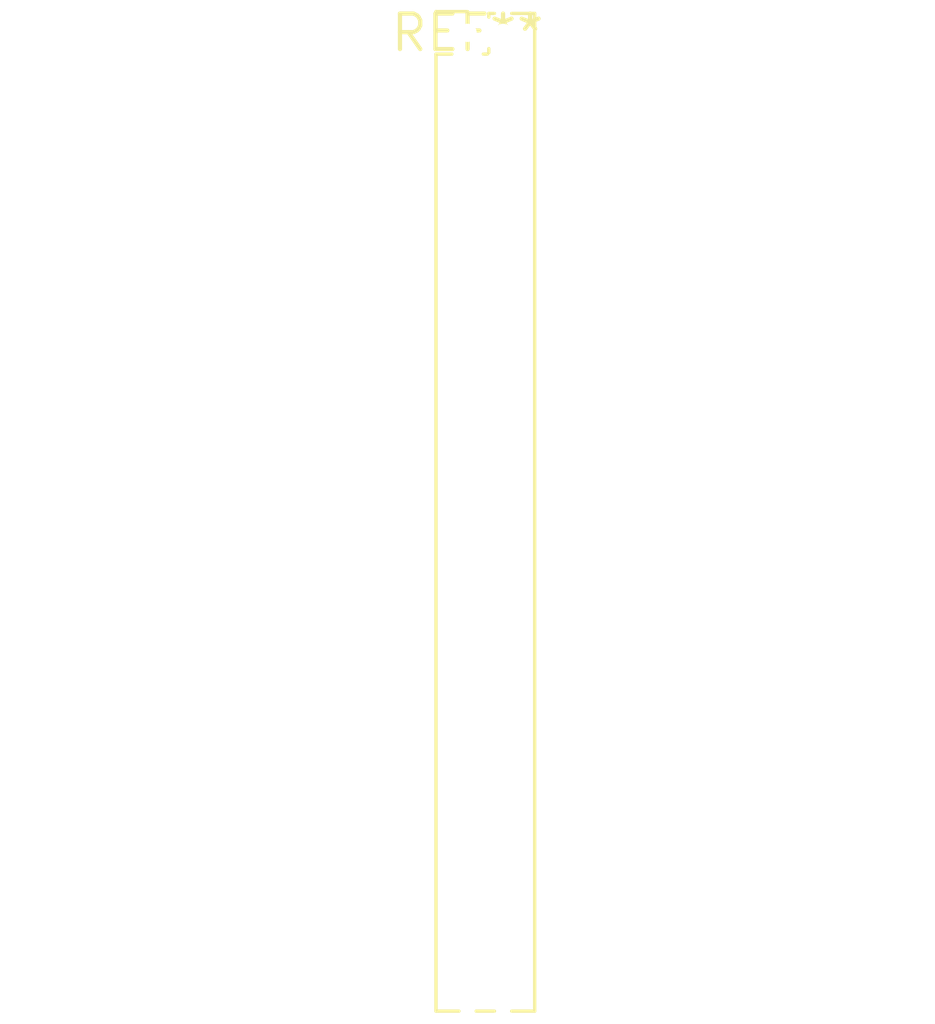
<source format=kicad_pcb>
(kicad_pcb (version 20240108) (generator pcbnew)
  (layers (0 "F.Cu" signal) (31 "B.Cu" signal) (34 "B.Paste" user) (35 "F.Paste" user) (36 "B.SilkS" user "B.Silkscreen") (37 "F.SilkS" user "F.Silkscreen") (38 "B.Mask" user) (39 "F.Mask" user) (44 "Edge.Cuts" user))
  (net 0 "")
  (footprint "PinHeader_2x28_P1.27mm_Vertical" (layer "F.Cu") (at 0 0)
    (property "Reference" "REF**")
    (property "Value" "PinHeader_2x28_P1.27mm_Vertical")
    (fp_line (start -1.13 -0.76) (end 0 -0.76) (layer "F.SilkS") (stroke (width 0.12)))
    (fp_line (start -1.13 0) (end -1.13 -0.76) (layer "F.SilkS") (stroke (width 0.12)))
    (fp_line (start -1.13 0.76) (end -1.13 34.985) (layer "F.SilkS") (stroke (width 0.12)))
    (fp_line (start -1.13 0.76) (end -0.563471 0.76) (layer "F.SilkS") (stroke (width 0.12)))
    (fp_line (start -1.13 34.985) (end -0.30753 34.985) (layer "F.SilkS") (stroke (width 0.12)))
    (fp_line (start 0.30753 34.985) (end 0.96247 34.985) (layer "F.SilkS") (stroke (width 0.12)))
    (fp_line (start 0.563471 0.76) (end 0.706529 0.76) (layer "F.SilkS") (stroke (width 0.12)))
    (fp_line (start 0.76 -0.695) (end 0.96247 -0.695) (layer "F.SilkS") (stroke (width 0.12)))
    (fp_line (start 0.76 -0.563471) (end 0.76 -0.695) (layer "F.SilkS") (stroke (width 0.12)))
    (fp_line (start 0.76 0.706529) (end 0.76 0.563471) (layer "F.SilkS") (stroke (width 0.12)))
    (fp_line (start 1.57753 -0.695) (end 2.4 -0.695) (layer "F.SilkS") (stroke (width 0.12)))
    (fp_line (start 1.57753 34.985) (end 2.4 34.985) (layer "F.SilkS") (stroke (width 0.12)))
    (fp_line (start 2.4 -0.695) (end 2.4 34.985) (layer "F.SilkS") (stroke (width 0.12)))
    (pad "1" thru_hole rect (at 0 0) (size 1 1) (drill 0.65) (layers *.Cu *.Mask) (remove_unused_layers))
    (pad "2" thru_hole oval (at 1.27 0) (size 1 1) (drill 0.65) (layers *.Cu *.Mask) (remove_unused_layers))
    (pad "3" thru_hole oval (at 0 1.27) (size 1 1) (drill 0.65) (layers *.Cu *.Mask) (remove_unused_layers))
    (pad "4" thru_hole oval (at 1.27 1.27) (size 1 1) (drill 0.65) (layers *.Cu *.Mask) (remove_unused_layers))
    (pad "5" thru_hole oval (at 0 2.54) (size 1 1) (drill 0.65) (layers *.Cu *.Mask) (remove_unused_layers))
    (pad "6" thru_hole oval (at 1.27 2.54) (size 1 1) (drill 0.65) (layers *.Cu *.Mask) (remove_unused_layers))
    (pad "7" thru_hole oval (at 0 3.81) (size 1 1) (drill 0.65) (layers *.Cu *.Mask) (remove_unused_layers))
    (pad "8" thru_hole oval (at 1.27 3.81) (size 1 1) (drill 0.65) (layers *.Cu *.Mask) (remove_unused_layers))
    (pad "9" thru_hole oval (at 0 5.08) (size 1 1) (drill 0.65) (layers *.Cu *.Mask) (remove_unused_layers))
    (pad "10" thru_hole oval (at 1.27 5.08) (size 1 1) (drill 0.65) (layers *.Cu *.Mask) (remove_unused_layers))
    (pad "11" thru_hole oval (at 0 6.35) (size 1 1) (drill 0.65) (layers *.Cu *.Mask) (remove_unused_layers))
    (pad "12" thru_hole oval (at 1.27 6.35) (size 1 1) (drill 0.65) (layers *.Cu *.Mask) (remove_unused_layers))
    (pad "13" thru_hole oval (at 0 7.62) (size 1 1) (drill 0.65) (layers *.Cu *.Mask) (remove_unused_layers))
    (pad "14" thru_hole oval (at 1.27 7.62) (size 1 1) (drill 0.65) (layers *.Cu *.Mask) (remove_unused_layers))
    (pad "15" thru_hole oval (at 0 8.89) (size 1 1) (drill 0.65) (layers *.Cu *.Mask) (remove_unused_layers))
    (pad "16" thru_hole oval (at 1.27 8.89) (size 1 1) (drill 0.65) (layers *.Cu *.Mask) (remove_unused_layers))
    (pad "17" thru_hole oval (at 0 10.16) (size 1 1) (drill 0.65) (layers *.Cu *.Mask) (remove_unused_layers))
    (pad "18" thru_hole oval (at 1.27 10.16) (size 1 1) (drill 0.65) (layers *.Cu *.Mask) (remove_unused_layers))
    (pad "19" thru_hole oval (at 0 11.43) (size 1 1) (drill 0.65) (layers *.Cu *.Mask) (remove_unused_layers))
    (pad "20" thru_hole oval (at 1.27 11.43) (size 1 1) (drill 0.65) (layers *.Cu *.Mask) (remove_unused_layers))
    (pad "21" thru_hole oval (at 0 12.7) (size 1 1) (drill 0.65) (layers *.Cu *.Mask) (remove_unused_layers))
    (pad "22" thru_hole oval (at 1.27 12.7) (size 1 1) (drill 0.65) (layers *.Cu *.Mask) (remove_unused_layers))
    (pad "23" thru_hole oval (at 0 13.97) (size 1 1) (drill 0.65) (layers *.Cu *.Mask) (remove_unused_layers))
    (pad "24" thru_hole oval (at 1.27 13.97) (size 1 1) (drill 0.65) (layers *.Cu *.Mask) (remove_unused_layers))
    (pad "25" thru_hole oval (at 0 15.24) (size 1 1) (drill 0.65) (layers *.Cu *.Mask) (remove_unused_layers))
    (pad "26" thru_hole oval (at 1.27 15.24) (size 1 1) (drill 0.65) (layers *.Cu *.Mask) (remove_unused_layers))
    (pad "27" thru_hole oval (at 0 16.51) (size 1 1) (drill 0.65) (layers *.Cu *.Mask) (remove_unused_layers))
    (pad "28" thru_hole oval (at 1.27 16.51) (size 1 1) (drill 0.65) (layers *.Cu *.Mask) (remove_unused_layers))
    (pad "29" thru_hole oval (at 0 17.78) (size 1 1) (drill 0.65) (layers *.Cu *.Mask) (remove_unused_layers))
    (pad "30" thru_hole oval (at 1.27 17.78) (size 1 1) (drill 0.65) (layers *.Cu *.Mask) (remove_unused_layers))
    (pad "31" thru_hole oval (at 0 19.05) (size 1 1) (drill 0.65) (layers *.Cu *.Mask) (remove_unused_layers))
    (pad "32" thru_hole oval (at 1.27 19.05) (size 1 1) (drill 0.65) (layers *.Cu *.Mask) (remove_unused_layers))
    (pad "33" thru_hole oval (at 0 20.32) (size 1 1) (drill 0.65) (layers *.Cu *.Mask) (remove_unused_layers))
    (pad "34" thru_hole oval (at 1.27 20.32) (size 1 1) (drill 0.65) (layers *.Cu *.Mask) (remove_unused_layers))
    (pad "35" thru_hole oval (at 0 21.59) (size 1 1) (drill 0.65) (layers *.Cu *.Mask) (remove_unused_layers))
    (pad "36" thru_hole oval (at 1.27 21.59) (size 1 1) (drill 0.65) (layers *.Cu *.Mask) (remove_unused_layers))
    (pad "37" thru_hole oval (at 0 22.86) (size 1 1) (drill 0.65) (layers *.Cu *.Mask) (remove_unused_layers))
    (pad "38" thru_hole oval (at 1.27 22.86) (size 1 1) (drill 0.65) (layers *.Cu *.Mask) (remove_unused_layers))
    (pad "39" thru_hole oval (at 0 24.13) (size 1 1) (drill 0.65) (layers *.Cu *.Mask) (remove_unused_layers))
    (pad "40" thru_hole oval (at 1.27 24.13) (size 1 1) (drill 0.65) (layers *.Cu *.Mask) (remove_unused_layers))
    (pad "41" thru_hole oval (at 0 25.4) (size 1 1) (drill 0.65) (layers *.Cu *.Mask) (remove_unused_layers))
    (pad "42" thru_hole oval (at 1.27 25.4) (size 1 1) (drill 0.65) (layers *.Cu *.Mask) (remove_unused_layers))
    (pad "43" thru_hole oval (at 0 26.67) (size 1 1) (drill 0.65) (layers *.Cu *.Mask) (remove_unused_layers))
    (pad "44" thru_hole oval (at 1.27 26.67) (size 1 1) (drill 0.65) (layers *.Cu *.Mask) (remove_unused_layers))
    (pad "45" thru_hole oval (at 0 27.94) (size 1 1) (drill 0.65) (layers *.Cu *.Mask) (remove_unused_layers))
    (pad "46" thru_hole oval (at 1.27 27.94) (size 1 1) (drill 0.65) (layers *.Cu *.Mask) (remove_unused_layers))
    (pad "47" thru_hole oval (at 0 29.21) (size 1 1) (drill 0.65) (layers *.Cu *.Mask) (remove_unused_layers))
    (pad "48" thru_hole oval (at 1.27 29.21) (size 1 1) (drill 0.65) (layers *.Cu *.Mask) (remove_unused_layers))
    (pad "49" thru_hole oval (at 0 30.48) (size 1 1) (drill 0.65) (layers *.Cu *.Mask) (remove_unused_layers))
    (pad "50" thru_hole oval (at 1.27 30.48) (size 1 1) (drill 0.65) (layers *.Cu *.Mask) (remove_unused_layers))
    (pad "51" thru_hole oval (at 0 31.75) (size 1 1) (drill 0.65) (layers *.Cu *.Mask) (remove_unused_layers))
    (pad "52" thru_hole oval (at 1.27 31.75) (size 1 1) (drill 0.65) (layers *.Cu *.Mask) (remove_unused_layers))
    (pad "53" thru_hole oval (at 0 33.02) (size 1 1) (drill 0.65) (layers *.Cu *.Mask) (remove_unused_layers))
    (pad "54" thru_hole oval (at 1.27 33.02) (size 1 1) (drill 0.65) (layers *.Cu *.Mask) (remove_unused_layers))
    (pad "55" thru_hole oval (at 0 34.29) (size 1 1) (drill 0.65) (layers *.Cu *.Mask) (remove_unused_layers))
    (pad "56" thru_hole oval (at 1.27 34.29) (size 1 1) (drill 0.65) (layers *.Cu *.Mask) (remove_unused_layers))
  )
)
</source>
